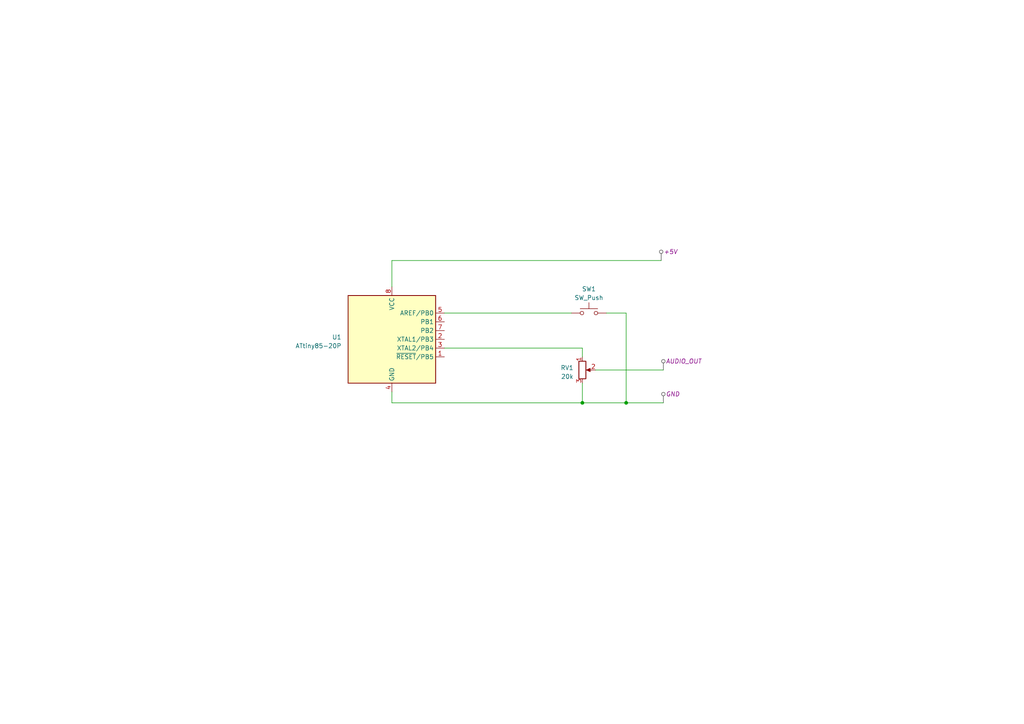
<source format=kicad_sch>
(kicad_sch (version 20230121) (generator eeschema)
  (paper "A4")
  (lib_symbols
    (symbol "Device:R_Potentiometer" (pin_names (offset 1.016) hide)
      (property "Reference" "RV" (at -4.445 0 90))
      (property "Value" "R_Potentiometer" (at -2.54 0 90))
      (symbol "R_Potentiometer_0_1"
        (polyline (pts (xy 2.54 0) (xy 1.524 0)))
        (polyline (pts (xy 1.143 0) (xy 2.286 0.508) (xy 2.286 -0.508) (xy 1.143 0)) (fill (type outline)))
        (rectangle (start 1.016 2.54) (end -1.016 -2.54) (stroke (width 0.254)))
      )
      (symbol "R_Potentiometer_1_1"
        (pin passive line (at 0 3.81 270) (length 1.27) (name "1") (number "1"))
        (pin passive line (at 3.81 0 180) (length 1.27) (name "2") (number "2"))
        (pin passive line (at 0 -3.81 90) (length 1.27) (name "3") (number "3"))
      )
    )
    (symbol "MCU_Microchip_ATtiny:ATtiny85-20P"
      (property "Reference" "U" (at -12.7 13.97 0))
      (property "Value" "ATtiny85-20P" (at 2.54 -13.97 0))
      (symbol "ATtiny85-20P_0_1"
        (rectangle (start -12.7 -12.7) (end 12.7 12.7) (stroke (width 0.254)) (fill (type background)))
      )
      (symbol "ATtiny85-20P_1_1"
        (pin bidirectional line (at 15.24 -5.08 180) (length 2.54) (name "~{RESET}/PB5") (number "1"))
        (pin bidirectional line (at 15.24 0 180) (length 2.54) (name "XTAL1/PB3") (number "2"))
        (pin bidirectional line (at 15.24 -2.54 180) (length 2.54) (name "XTAL2/PB4") (number "3"))
        (pin power_in line (at 0 -15.24 90) (length 2.54) (name "GND") (number "4"))
        (pin bidirectional line (at 15.24 7.62 180) (length 2.54) (name "AREF/PB0") (number "5"))
        (pin bidirectional line (at 15.24 5.08 180) (length 2.54) (name "PB1") (number "6"))
        (pin bidirectional line (at 15.24 2.54 180) (length 2.54) (name "PB2") (number "7"))
        (pin power_in line (at 0 15.24 270) (length 2.54) (name "VCC") (number "8"))
      )
    )
    (symbol "Switch:SW_Push" (pin_numbers hide) (pin_names (offset 1.016) hide)
      (property "Reference" "SW" (at 1.27 2.54 0))
      (property "Value" "SW_Push" (at 0 -1.524 0))
      (symbol "SW_Push_0_1"
        (circle (center -2.032 0) (radius 0.508))
        (polyline (pts (xy 0 1.27) (xy 0 3.048)))
        (polyline (pts (xy 2.54 1.27) (xy -2.54 1.27)))
        (circle (center 2.032 0) (radius 0.508))
        (pin passive line (at -5.08 0 0) (length 2.54) (name "1") (number "1"))
        (pin passive line (at 5.08 0 180) (length 2.54) (name "2") (number "2"))
      )
    )
  )
  (junction (at 168.91 116.84))
  (junction (at 181.61 116.84))
  (wire (pts (xy 168.91 100.965) (xy 168.91 103.505)))
  (wire (pts (xy 113.665 116.84) (xy 113.665 113.665)))
  (wire (pts (xy 128.905 100.965) (xy 168.91 100.965)))
  (wire (pts (xy 113.665 83.185) (xy 113.665 75.565)))
  (wire (pts (xy 172.72 107.315) (xy 192.405 107.315)))
  (wire (pts (xy 113.665 75.565) (xy 191.77 75.565)))
  (wire (pts (xy 128.905 90.805) (xy 165.735 90.805)))
  (wire (pts (xy 181.61 116.84) (xy 192.405 116.84)))
  (wire (pts (xy 113.665 116.84) (xy 168.91 116.84)))
  (wire (pts (xy 168.91 116.84) (xy 181.61 116.84)))
  (wire (pts (xy 168.91 111.125) (xy 168.91 116.84)))
  (wire (pts (xy 181.61 90.805) (xy 181.61 116.84)))
  (wire (pts (xy 175.895 90.805) (xy 181.61 90.805)))
  (netclass_flag "" (length 2.54) (shape round) (at 192.405 116.84 0) (property "Netclass" "GND" (at 193.1035 114.3 0) (effects (font italic) (justify left))))
  (netclass_flag "" (length 2.54) (shape round) (at 191.77 75.565 0) (property "Netclass" "+5V" (at 192.4685 73.025 0) (effects (font italic) (justify left))))
  (netclass_flag "" (length 2.54) (shape round) (at 192.405 107.315 0) (property "Netclass" "AUDIO_OUT" (at 193.1035 104.775 0) (effects (font italic) (justify left))))
  (symbol (lib_id "MCU_Microchip_ATtiny:ATtiny85-20P") (at 113.665 98.425 0) (unit 1)
    (property "Reference" "U1" (at 99.06 97.79 0) (effects (justify right)))
    (property "Value" "ATtiny85-20P" (at 99.06 100.33 0) (effects (justify right)))
    (property "Footprint" "Package_DIP:DIP-8_W7.62mm" (effects hide))
    (property "Datasheet" "http://ww1.microchip.com/downloads/en/DeviceDoc/atmel-2586-avr-8-bit-microcontroller-attiny25-attiny45-attiny85_datasheet.pdf" (effects hide))
  )
  (symbol (lib_id "Switch:SW_Push") (at 170.815 90.805 0) (unit 1)
    (property "Reference" "SW1" (at 170.815 83.82 0))
    (property "Value" "SW_Push" (at 170.815 86.36 0))
  )
  (symbol (lib_id "Device:R_Potentiometer") (at 168.91 107.315 0) (unit 1)
    (property "Reference" "RV1" (at 166.37 106.68 0) (effects (justify right)))
    (property "Value" "20k" (at 166.37 109.22 0) (effects (justify right)))
  )
)
</source>
